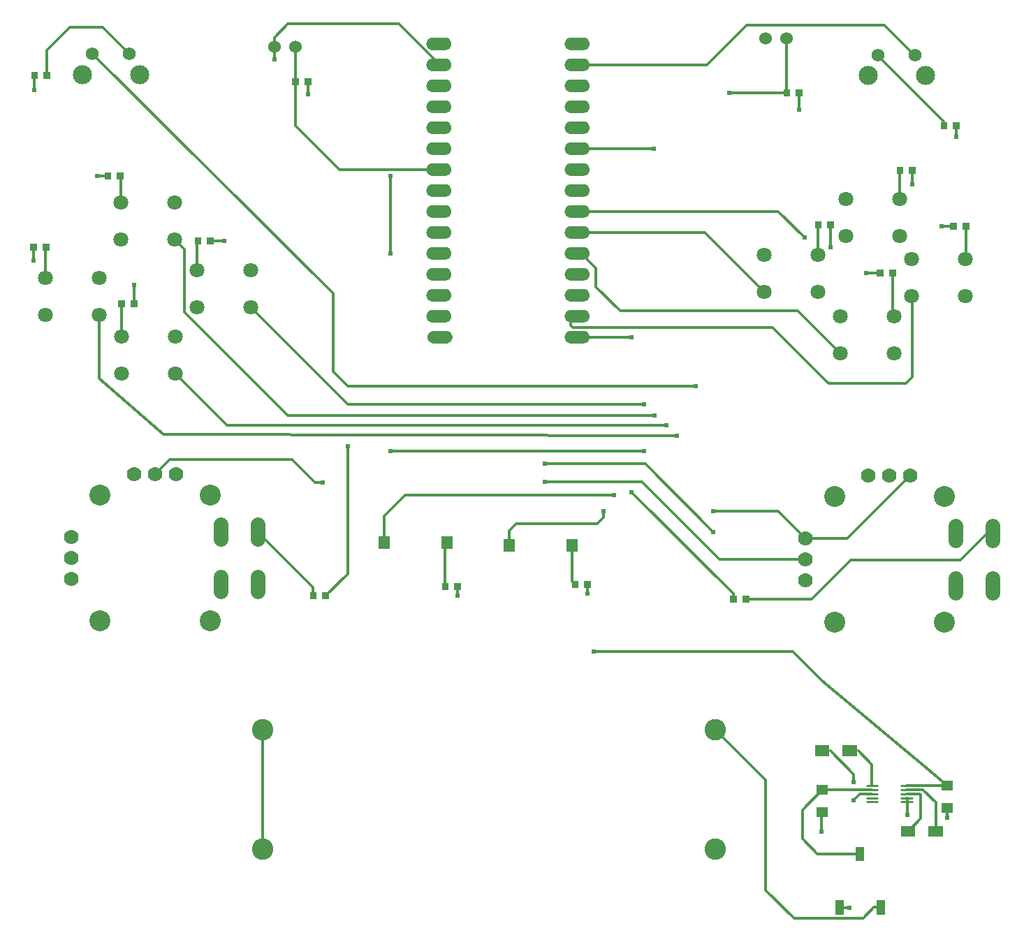
<source format=gtl>
G04 Layer: TopLayer*
G04 EasyEDA v6.5.5, 2022-06-05 13:50:50*
G04 bb107c5f8ef14f278ad1c4d5784ba212,a4ea12fd96744f7d9b8618c9b4952ea7,10*
G04 Gerber Generator version 0.2*
G04 Scale: 100 percent, Rotated: No, Reflected: No *
G04 Dimensions in millimeters *
G04 leading zeros omitted , absolute positions ,4 integer and 5 decimal *
%FSLAX45Y45*%
%MOMM*%

%ADD10C,0.3000*%
%ADD11C,0.2800*%
%ADD12C,0.6150*%
%ADD15R,1.4000X1.2000*%
%ADD17R,1.4000X1.5000*%
%ADD18C,1.5240*%
%ADD19C,2.6000*%
%ADD20C,1.5751*%
%ADD21C,2.3251*%
%ADD22C,1.8000*%
%ADD23C,1.7780*%
%ADD24C,2.5400*%

%LPD*%
D10*
X3276803Y2575204D02*
G01*
X3276803Y2244999D01*
X3276803Y1133195D01*
X8762796Y2575204D02*
G01*
X9372600Y1965401D01*
X9372600Y635000D01*
X9715500Y292100D01*
X10553700Y292100D01*
X10685919Y424319D01*
X10765599Y424319D01*
X11569700Y1900301D02*
G01*
X11391900Y2057400D01*
X10053698Y3175000D01*
X9698098Y3530600D01*
X7289800Y3530600D01*
X10058400Y1849501D02*
G01*
X9817100Y1608201D01*
X9817100Y1257300D01*
X10000122Y1074277D01*
X10515612Y1074277D01*
X10660199Y1853412D02*
G01*
X10062306Y1853412D01*
X10058400Y1849498D01*
X10265605Y424345D02*
G01*
X10270840Y419100D01*
X10388600Y419100D01*
X10493735Y2324100D02*
G01*
X10660199Y2157628D01*
X10660199Y1903399D01*
X11082200Y1903399D02*
G01*
X11085301Y1900298D01*
X10156464Y2324100D02*
G01*
X10439400Y2041164D01*
X10439400Y1943100D01*
X11082200Y1853412D02*
G01*
X11278382Y1853412D01*
X11433535Y1698271D01*
X11433535Y1346200D01*
X11096264Y1346200D02*
G01*
X11252200Y1502128D01*
X11252200Y1790700D01*
X11239500Y1803400D01*
X11082200Y1803400D01*
X10058400Y1579501D02*
G01*
X10045700Y1566801D01*
X10045700Y1346200D01*
X11082200Y1753412D02*
G01*
X11087100Y1748513D01*
X11087100Y1549400D01*
X10439400Y1727200D02*
G01*
X10515600Y1803400D01*
X10660199Y1803400D01*
X11082200Y1903399D02*
G01*
X11566598Y1903399D01*
X11569700Y1900298D01*
X11569700Y1630301D02*
G01*
X11569700Y1511300D01*
X9130431Y4165600D02*
G01*
X9931400Y4165600D01*
X10401300Y4635500D01*
X11734800Y4635500D01*
X12065000Y4965700D01*
X12121281Y4965700D01*
X1968500Y5676900D02*
G01*
X2146300Y5854700D01*
X3632200Y5854700D01*
X3911600Y5575300D01*
X4000500Y5575300D01*
X4305300Y6019800D02*
G01*
X4305300Y4471261D01*
X4037731Y4203700D01*
X3218581Y4978400D02*
G01*
X3887068Y4309920D01*
X3887068Y4203700D01*
X8979768Y4165600D02*
G01*
X8979768Y4228238D01*
X7747000Y5461000D01*
X659544Y10515600D02*
G01*
X659544Y10819538D01*
X939800Y11099800D01*
X1333500Y11099800D01*
X1672790Y10760509D01*
X1210109Y10773209D02*
G01*
X4127500Y7874000D01*
X7010400Y7594600D02*
G01*
X7010400Y7480300D01*
X7035800Y7454900D01*
X9455658Y7454900D01*
X10122148Y6788404D01*
X10147300Y6781800D01*
X11074400Y6781800D01*
X11150600Y6858000D01*
X11150600Y7831838D01*
X11142985Y7839453D01*
X7747000Y7340600D02*
G01*
X7010400Y7340600D01*
X10279385Y7140953D02*
G01*
X9762230Y7658100D01*
X7607300Y7658100D01*
X7315200Y7950200D01*
X7315200Y8178800D01*
X7137400Y8356600D01*
X7010400Y8356600D01*
X9352285Y7890253D02*
G01*
X8631930Y8610600D01*
X7010400Y8610600D01*
X9842500Y8547100D02*
G01*
X9525000Y8864600D01*
X7010400Y8864600D01*
X7010400Y9626600D02*
G01*
X8013700Y9626600D01*
X5486400Y10642600D02*
G01*
X5422900Y10642600D01*
X4927600Y11137900D01*
X3581400Y11137900D01*
X3416300Y10972800D01*
X3416300Y10706100D01*
X3671168Y10439400D02*
G01*
X3671168Y9905138D01*
X4203700Y9372600D01*
X5486400Y9372600D01*
X3670300Y10858500D02*
G01*
X3671056Y10439400D01*
X9625843Y10947400D02*
G01*
X9627356Y10299700D01*
X9627468Y10299700D02*
G01*
X8928100Y10299700D01*
X4127500Y7874000D02*
G01*
X4127500Y6921500D01*
X4305300Y6743700D01*
X8521700Y6743700D01*
X7747000Y5461000D02*
G01*
X8737600Y4470400D01*
X6262115Y4813300D02*
G01*
X6262115Y4992115D01*
X6350000Y5080000D01*
X7327900Y5080000D01*
X7404100Y5156200D01*
X7404100Y5232400D01*
X4750815Y4851400D02*
G01*
X4750815Y5169915D01*
X5003800Y5422900D01*
X7531100Y5422900D01*
X5510784Y4851400D02*
G01*
X5487268Y4827884D01*
X5487268Y4318000D01*
X7062068Y4343400D02*
G01*
X7022084Y4383384D01*
X7022084Y4813300D01*
X7899400Y5956300D02*
G01*
X4826000Y5956300D01*
X4826000Y8356600D02*
G01*
X4826000Y9296400D01*
X3131814Y7699753D02*
G01*
X4303773Y6527800D01*
X7899400Y6527800D01*
X8737600Y4724400D02*
G01*
X7874000Y5588000D01*
X6692900Y5588000D01*
X8737600Y4978400D02*
G01*
X7912100Y5803900D01*
X6692900Y5803900D01*
X2217414Y6899653D02*
G01*
X2843273Y6273800D01*
X8166100Y6273800D01*
X2204714Y8525253D02*
G01*
X2324100Y8405873D01*
X2324100Y7645400D01*
X3581400Y6388100D01*
X8026400Y6388100D01*
X1548531Y9296400D02*
G01*
X1554485Y9290458D01*
X1554485Y8975346D01*
X2490068Y8509000D02*
G01*
X2481585Y8500516D01*
X2481585Y8149846D01*
X1562968Y7747000D02*
G01*
X1567185Y7742775D01*
X1567185Y7349746D01*
X646844Y8432800D02*
G01*
X640085Y8426041D01*
X640085Y8060946D01*
X10008468Y8699500D02*
G01*
X10002514Y8693558D01*
X10002514Y8340346D01*
X11793214Y8289546D02*
G01*
X11799168Y8295487D01*
X11799168Y8686800D01*
X10993114Y9013446D02*
G01*
X10999068Y9019392D01*
X10999068Y9359900D01*
X10929614Y7591046D02*
G01*
X10908431Y7612230D01*
X10908431Y8115300D01*
X9855200Y4902200D02*
G01*
X9525000Y5232400D01*
X8737600Y5232400D01*
X8737600Y4724400D02*
G01*
X8813800Y4648200D01*
X9855200Y4648200D01*
X1290314Y7610853D02*
G01*
X1290314Y6837679D01*
X2070100Y6159500D01*
X8293100Y6146800D01*
X11185090Y10747809D02*
G01*
X10807700Y11125200D01*
X9144000Y11125200D01*
X8661400Y10642600D01*
X7010400Y10642600D01*
X10735109Y10747809D02*
G01*
X11532468Y9950450D01*
X11532468Y9906000D01*
X11125200Y5664200D02*
G01*
X10363200Y4902200D01*
X9855200Y4902200D01*
X1714500Y7975600D02*
G01*
X1713631Y7747000D01*
X496168Y8432800D02*
G01*
X495300Y8267700D01*
X1270000Y9296400D02*
G01*
X1397868Y9296400D01*
X508868Y10515600D02*
G01*
X508000Y10337800D01*
X3821831Y10439400D02*
G01*
X3822700Y10287000D01*
X2640731Y8509000D02*
G01*
X2806700Y8509000D01*
X9778131Y10299700D02*
G01*
X9779000Y10298831D01*
X9779000Y10096500D01*
X11506200Y8686800D02*
G01*
X11646768Y8686800D01*
X10591800Y8115300D02*
G01*
X10757768Y8115300D01*
X10159131Y8699500D02*
G01*
X10160000Y8432800D01*
X11683131Y9906000D02*
G01*
X11684000Y9766300D01*
X11149731Y9359900D02*
G01*
X11150600Y9194800D01*
X5637936Y4318000D02*
G01*
X5638800Y4317136D01*
X5638800Y4203700D01*
X7212838Y4343400D02*
G01*
X7213600Y4229100D01*
D11*
X11015197Y1703400D02*
G01*
X11149197Y1703400D01*
X11015197Y1753412D02*
G01*
X11149197Y1753412D01*
X11015197Y1803400D02*
G01*
X11149197Y1803400D01*
X11015197Y1853412D02*
G01*
X11149197Y1853412D01*
X11015197Y1903399D02*
G01*
X11149197Y1903399D01*
X10593202Y1703400D02*
G01*
X10727202Y1703400D01*
X10593202Y1753412D02*
G01*
X10727202Y1753412D01*
X10593202Y1803400D02*
G01*
X10727202Y1803400D01*
X10593202Y1853412D02*
G01*
X10727202Y1853412D01*
X10593202Y1903399D02*
G01*
X10727202Y1903399D01*
G36*
X10315625Y339260D02*
G01*
X10215549Y339260D01*
X10215549Y509440D01*
X10315625Y509440D01*
G37*
G36*
X10565650Y989312D02*
G01*
X10465574Y989312D01*
X10465574Y1159238D01*
X10565650Y1159238D01*
G37*
G36*
X10815624Y339234D02*
G01*
X10715548Y339234D01*
X10715548Y509414D01*
X10815624Y509414D01*
G37*
G36*
X11345649Y1281399D02*
G01*
X11345649Y1411000D01*
X11521399Y1411000D01*
X11521399Y1281399D01*
G37*
G36*
X11184150Y1281399D02*
G01*
X11184150Y1411000D01*
X11008400Y1411000D01*
X11008400Y1281399D01*
G37*
G36*
X10304249Y2259299D02*
G01*
X10304249Y2388900D01*
X10479999Y2388900D01*
X10479999Y2259299D01*
G37*
G36*
X10142750Y2259299D02*
G01*
X10142750Y2388900D01*
X9967000Y2388900D01*
X9967000Y2259299D01*
G37*
D15*
G01*
X10058400Y1849501D03*
G01*
X10058400Y1579498D03*
G01*
X11569700Y1900301D03*
G01*
X11569700Y1630298D03*
G36*
X3997401Y4160499D02*
G01*
X3997401Y4246900D01*
X4078048Y4246900D01*
X4078048Y4160499D01*
G37*
G36*
X3927398Y4160499D02*
G01*
X3927398Y4246900D01*
X3846751Y4246900D01*
X3846751Y4160499D01*
G37*
G36*
X9090101Y4122399D02*
G01*
X9090101Y4208800D01*
X9170748Y4208800D01*
X9170748Y4122399D01*
G37*
G36*
X9020098Y4122399D02*
G01*
X9020098Y4208800D01*
X8939451Y4208800D01*
X8939451Y4122399D01*
G37*
D17*
G01*
X5510784Y4851400D03*
G01*
X4750815Y4851400D03*
G01*
X6262115Y4813300D03*
G01*
X7022084Y4813300D03*
G36*
X3781501Y10396199D02*
G01*
X3781501Y10482600D01*
X3862148Y10482600D01*
X3862148Y10396199D01*
G37*
G36*
X3711498Y10396199D02*
G01*
X3711498Y10482600D01*
X3630851Y10482600D01*
X3630851Y10396199D01*
G37*
G36*
X9737801Y10256499D02*
G01*
X9737801Y10342900D01*
X9818448Y10342900D01*
X9818448Y10256499D01*
G37*
G36*
X9667798Y10256499D02*
G01*
X9667798Y10342900D01*
X9587151Y10342900D01*
X9587151Y10256499D01*
G37*
G36*
X11687098Y8730000D02*
G01*
X11687098Y8643599D01*
X11606451Y8643599D01*
X11606451Y8730000D01*
G37*
G36*
X11757101Y8730000D02*
G01*
X11757101Y8643599D01*
X11837748Y8643599D01*
X11837748Y8730000D01*
G37*
G36*
X10798098Y8158500D02*
G01*
X10798098Y8072099D01*
X10717451Y8072099D01*
X10717451Y8158500D01*
G37*
G36*
X10868101Y8158500D02*
G01*
X10868101Y8072099D01*
X10948748Y8072099D01*
X10948748Y8158500D01*
G37*
G36*
X1603298Y7790200D02*
G01*
X1603298Y7703799D01*
X1522651Y7703799D01*
X1522651Y7790200D01*
G37*
G36*
X1673301Y7790200D02*
G01*
X1673301Y7703799D01*
X1753948Y7703799D01*
X1753948Y7790200D01*
G37*
G36*
X606501Y8389599D02*
G01*
X606501Y8476000D01*
X687148Y8476000D01*
X687148Y8389599D01*
G37*
G36*
X536498Y8389599D02*
G01*
X536498Y8476000D01*
X455851Y8476000D01*
X455851Y8389599D01*
G37*
G36*
X619201Y10472399D02*
G01*
X619201Y10558800D01*
X699848Y10558800D01*
X699848Y10472399D01*
G37*
G36*
X549198Y10472399D02*
G01*
X549198Y10558800D01*
X468551Y10558800D01*
X468551Y10472399D01*
G37*
G36*
X2530398Y8552200D02*
G01*
X2530398Y8465799D01*
X2449751Y8465799D01*
X2449751Y8552200D01*
G37*
G36*
X2600401Y8552200D02*
G01*
X2600401Y8465799D01*
X2681048Y8465799D01*
X2681048Y8552200D01*
G37*
G36*
X11642801Y9862799D02*
G01*
X11642801Y9949200D01*
X11723448Y9949200D01*
X11723448Y9862799D01*
G37*
G36*
X11572798Y9862799D02*
G01*
X11572798Y9949200D01*
X11492151Y9949200D01*
X11492151Y9862799D01*
G37*
G36*
X5597601Y4274799D02*
G01*
X5597601Y4361200D01*
X5678248Y4361200D01*
X5678248Y4274799D01*
G37*
G36*
X5527598Y4274799D02*
G01*
X5527598Y4361200D01*
X5446951Y4361200D01*
X5446951Y4274799D01*
G37*
G36*
X7172401Y4300199D02*
G01*
X7172401Y4386600D01*
X7253048Y4386600D01*
X7253048Y4300199D01*
G37*
G36*
X7102398Y4300199D02*
G01*
X7102398Y4386600D01*
X7021751Y4386600D01*
X7021751Y4300199D01*
G37*
G36*
X1508201Y9253199D02*
G01*
X1508201Y9339600D01*
X1588848Y9339600D01*
X1588848Y9253199D01*
G37*
G36*
X1438198Y9253199D02*
G01*
X1438198Y9339600D01*
X1357551Y9339600D01*
X1357551Y9253199D01*
G37*
G36*
X11109401Y9316699D02*
G01*
X11109401Y9403100D01*
X11190048Y9403100D01*
X11190048Y9316699D01*
G37*
G36*
X11039398Y9316699D02*
G01*
X11039398Y9403100D01*
X10958751Y9403100D01*
X10958751Y9316699D01*
G37*
G36*
X10118801Y8656299D02*
G01*
X10118801Y8742700D01*
X10199448Y8742700D01*
X10199448Y8656299D01*
G37*
G36*
X10048798Y8656299D02*
G01*
X10048798Y8742700D01*
X9968151Y8742700D01*
X9968151Y8656299D01*
G37*
D18*
G01*
X9372600Y10960100D03*
G01*
X9626600Y10960100D03*
D19*
G01*
X8762796Y2575204D03*
G01*
X8762796Y1133195D03*
G01*
X3276803Y2575204D03*
G01*
X3276803Y1133195D03*
D20*
G01*
X1660093Y10773206D03*
G01*
X1210106Y10773206D03*
D21*
G01*
X1785086Y10523194D03*
G01*
X1085113Y10523194D03*
D20*
G01*
X11185093Y10760506D03*
G01*
X10735106Y10760506D03*
D21*
G01*
X11310086Y10510494D03*
G01*
X10610113Y10510494D03*
D18*
G01*
X3416300Y10858500D03*
G01*
X3670300Y10858500D03*
D22*
G01*
X11793220Y7839455D03*
G01*
X11793220Y8289544D03*
G01*
X11142979Y7839455D03*
G01*
X11142979Y8289544D03*
G01*
X10929620Y7140955D03*
G01*
X10929620Y7591044D03*
G01*
X10279379Y7140955D03*
G01*
X10279379Y7591044D03*
G01*
X2217420Y6899655D03*
G01*
X2217420Y7349744D03*
G01*
X1567179Y6899655D03*
G01*
X1567179Y7349744D03*
G01*
X1290320Y7610855D03*
G01*
X1290320Y8060944D03*
G01*
X640079Y7610855D03*
G01*
X640079Y8060944D03*
G01*
X3131820Y7699755D03*
G01*
X3131820Y8149844D03*
G01*
X2481579Y7699755D03*
G01*
X2481579Y8149844D03*
G01*
X2204720Y8525255D03*
G01*
X2204720Y8975344D03*
G01*
X1554479Y8525255D03*
G01*
X1554479Y8975344D03*
G01*
X10993120Y8563355D03*
G01*
X10993120Y9013444D03*
G01*
X10342879Y8563355D03*
G01*
X10342879Y9013444D03*
G01*
X10002520Y7890255D03*
G01*
X10002520Y8340344D03*
G01*
X9352279Y7890255D03*
G01*
X9352279Y8340344D03*
D23*
G01*
X952500Y4914900D03*
G01*
X952500Y4660900D03*
G01*
X952500Y4406900D03*
D24*
G01*
X2635250Y5422900D03*
G01*
X1301750Y5422900D03*
G01*
X1301750Y3898900D03*
G01*
X2635250Y3898900D03*
D23*
G01*
X2222500Y5676900D03*
G01*
X1968500Y5676900D03*
G01*
X1714500Y5676900D03*
G01*
X9855200Y4902200D03*
G01*
X9855200Y4648200D03*
G01*
X9855200Y4394200D03*
D24*
G01*
X11537950Y5410200D03*
G01*
X10204450Y5410200D03*
G01*
X10204450Y3886200D03*
G01*
X11537950Y3886200D03*
D23*
G01*
X11125200Y5664200D03*
G01*
X10871200Y5664200D03*
G01*
X10617200Y5664200D03*
G36*
X7010394Y7264400D02*
G01*
X7000844Y7265009D01*
X6991446Y7266812D01*
X6982327Y7269759D01*
X6973691Y7273823D01*
X6965614Y7278954D01*
X6958223Y7285050D01*
X6951670Y7292035D01*
X6946056Y7299782D01*
X6941433Y7308164D01*
X6937928Y7317054D01*
X6935541Y7326325D01*
X6934347Y7335824D01*
X6934347Y7345400D01*
X6935541Y7354874D01*
X6937928Y7364145D01*
X6941433Y7373061D01*
X6946056Y7381443D01*
X6951670Y7389190D01*
X6958223Y7396149D01*
X6965614Y7402245D01*
X6973691Y7407376D01*
X6982327Y7411465D01*
X6991446Y7414412D01*
X7000844Y7416215D01*
X7010394Y7416800D01*
X7162794Y7416800D01*
X7172345Y7416215D01*
X7181743Y7414412D01*
X7190836Y7411465D01*
X7199497Y7407376D01*
X7207575Y7402245D01*
X7214941Y7396149D01*
X7221494Y7389190D01*
X7227133Y7381443D01*
X7231730Y7373061D01*
X7235261Y7364145D01*
X7237648Y7354874D01*
X7238842Y7345400D01*
X7238842Y7335824D01*
X7237648Y7326325D01*
X7235261Y7317054D01*
X7231730Y7308164D01*
X7227133Y7299782D01*
X7221494Y7292035D01*
X7214941Y7285050D01*
X7207575Y7278954D01*
X7199497Y7273823D01*
X7190836Y7269759D01*
X7181743Y7266812D01*
X7172345Y7265009D01*
X7162794Y7264400D01*
G37*
G36*
X7010394Y7518400D02*
G01*
X7000844Y7519009D01*
X6991446Y7520812D01*
X6982327Y7523759D01*
X6973691Y7527823D01*
X6965614Y7532954D01*
X6958223Y7539050D01*
X6951670Y7546035D01*
X6946056Y7553782D01*
X6941433Y7562164D01*
X6937928Y7571054D01*
X6935541Y7580325D01*
X6934347Y7589824D01*
X6934347Y7599400D01*
X6935541Y7608874D01*
X6937928Y7618145D01*
X6941433Y7627061D01*
X6946056Y7635443D01*
X6951670Y7643190D01*
X6958223Y7650149D01*
X6965614Y7656245D01*
X6973691Y7661376D01*
X6982327Y7665465D01*
X6991446Y7668412D01*
X7000844Y7670215D01*
X7010394Y7670800D01*
X7162794Y7670800D01*
X7172345Y7670215D01*
X7181743Y7668412D01*
X7190836Y7665465D01*
X7199497Y7661376D01*
X7207575Y7656245D01*
X7214941Y7650149D01*
X7221494Y7643190D01*
X7227133Y7635443D01*
X7231730Y7627061D01*
X7235261Y7618145D01*
X7237648Y7608874D01*
X7238842Y7599400D01*
X7238842Y7589824D01*
X7237648Y7580325D01*
X7235261Y7571054D01*
X7231730Y7562164D01*
X7227133Y7553782D01*
X7221494Y7546035D01*
X7214941Y7539050D01*
X7207575Y7532954D01*
X7199497Y7527823D01*
X7190836Y7523759D01*
X7181743Y7520812D01*
X7172345Y7519009D01*
X7162794Y7518400D01*
G37*
G36*
X7010394Y7772400D02*
G01*
X7000844Y7773009D01*
X6991446Y7774812D01*
X6982327Y7777759D01*
X6973691Y7781823D01*
X6965614Y7786954D01*
X6958223Y7793050D01*
X6951670Y7800035D01*
X6946056Y7807782D01*
X6941433Y7816164D01*
X6937928Y7825054D01*
X6935541Y7834325D01*
X6934347Y7843824D01*
X6934347Y7853400D01*
X6935541Y7862874D01*
X6937928Y7872145D01*
X6941433Y7881061D01*
X6946056Y7889443D01*
X6951670Y7897190D01*
X6958223Y7904149D01*
X6965614Y7910245D01*
X6973691Y7915376D01*
X6982327Y7919465D01*
X6991446Y7922412D01*
X7000844Y7924215D01*
X7010394Y7924800D01*
X7162794Y7924800D01*
X7172345Y7924215D01*
X7181743Y7922412D01*
X7190836Y7919465D01*
X7199497Y7915376D01*
X7207575Y7910245D01*
X7214941Y7904149D01*
X7221494Y7897190D01*
X7227133Y7889443D01*
X7231730Y7881061D01*
X7235261Y7872145D01*
X7237648Y7862874D01*
X7238842Y7853400D01*
X7238842Y7843824D01*
X7237648Y7834325D01*
X7235261Y7825054D01*
X7231730Y7816164D01*
X7227133Y7807782D01*
X7221494Y7800035D01*
X7214941Y7793050D01*
X7207575Y7786954D01*
X7199497Y7781823D01*
X7190836Y7777759D01*
X7181743Y7774812D01*
X7172345Y7773009D01*
X7162794Y7772400D01*
G37*
G36*
X7010394Y8026400D02*
G01*
X7000844Y8027009D01*
X6991446Y8028812D01*
X6982327Y8031759D01*
X6973691Y8035823D01*
X6965614Y8040954D01*
X6958223Y8047050D01*
X6951670Y8054035D01*
X6946056Y8061782D01*
X6941433Y8070164D01*
X6937928Y8079054D01*
X6935541Y8088325D01*
X6934347Y8097824D01*
X6934347Y8107400D01*
X6935541Y8116874D01*
X6937928Y8126145D01*
X6941433Y8135061D01*
X6946056Y8143443D01*
X6951670Y8151190D01*
X6958223Y8158149D01*
X6965614Y8164245D01*
X6973691Y8169376D01*
X6982327Y8173465D01*
X6991446Y8176412D01*
X7000844Y8178215D01*
X7010394Y8178800D01*
X7162794Y8178800D01*
X7172345Y8178215D01*
X7181743Y8176412D01*
X7190836Y8173465D01*
X7199497Y8169376D01*
X7207575Y8164245D01*
X7214941Y8158149D01*
X7221494Y8151190D01*
X7227133Y8143443D01*
X7231730Y8135061D01*
X7235261Y8126145D01*
X7237648Y8116874D01*
X7238842Y8107400D01*
X7238842Y8097824D01*
X7237648Y8088325D01*
X7235261Y8079054D01*
X7231730Y8070164D01*
X7227133Y8061782D01*
X7221494Y8054035D01*
X7214941Y8047050D01*
X7207575Y8040954D01*
X7199497Y8035823D01*
X7190836Y8031759D01*
X7181743Y8028812D01*
X7172345Y8027009D01*
X7162794Y8026400D01*
G37*
G36*
X7010394Y8280400D02*
G01*
X7000844Y8281009D01*
X6991446Y8282787D01*
X6982327Y8285759D01*
X6973691Y8289823D01*
X6965614Y8294954D01*
X6958223Y8301050D01*
X6951670Y8308035D01*
X6946056Y8315782D01*
X6941433Y8324164D01*
X6937928Y8333054D01*
X6935541Y8342325D01*
X6934347Y8351824D01*
X6934347Y8361400D01*
X6935541Y8370874D01*
X6937928Y8380145D01*
X6941433Y8389061D01*
X6946056Y8397443D01*
X6951670Y8405164D01*
X6958223Y8412149D01*
X6965614Y8418245D01*
X6973691Y8423376D01*
X6982327Y8427465D01*
X6991446Y8430412D01*
X7000844Y8432215D01*
X7010394Y8432800D01*
X7162794Y8432800D01*
X7172345Y8432215D01*
X7181743Y8430412D01*
X7190836Y8427465D01*
X7199497Y8423376D01*
X7207575Y8418245D01*
X7214941Y8412149D01*
X7221494Y8405164D01*
X7227133Y8397443D01*
X7231730Y8389061D01*
X7235261Y8380145D01*
X7237648Y8370874D01*
X7238842Y8361400D01*
X7238842Y8351824D01*
X7237648Y8342325D01*
X7235261Y8333054D01*
X7231730Y8324164D01*
X7227133Y8315782D01*
X7221494Y8308035D01*
X7214941Y8301050D01*
X7207575Y8294954D01*
X7199497Y8289823D01*
X7190836Y8285759D01*
X7181743Y8282787D01*
X7172345Y8281009D01*
X7162794Y8280400D01*
G37*
G36*
X7010394Y8534400D02*
G01*
X7000844Y8535009D01*
X6991446Y8536787D01*
X6982327Y8539759D01*
X6973691Y8543823D01*
X6965614Y8548954D01*
X6958223Y8555050D01*
X6951670Y8562035D01*
X6946056Y8569782D01*
X6941433Y8578164D01*
X6937928Y8587054D01*
X6935541Y8596325D01*
X6934347Y8605824D01*
X6934347Y8615400D01*
X6935541Y8624874D01*
X6937928Y8634145D01*
X6941433Y8643061D01*
X6946056Y8651443D01*
X6951670Y8659164D01*
X6958223Y8666149D01*
X6965614Y8672245D01*
X6973691Y8677376D01*
X6982327Y8681465D01*
X6991446Y8684412D01*
X7000844Y8686215D01*
X7010394Y8686800D01*
X7162794Y8686800D01*
X7172345Y8686215D01*
X7181743Y8684412D01*
X7190836Y8681465D01*
X7199497Y8677376D01*
X7207575Y8672245D01*
X7214941Y8666149D01*
X7221494Y8659164D01*
X7227133Y8651443D01*
X7231730Y8643061D01*
X7235261Y8634145D01*
X7237648Y8624874D01*
X7238842Y8615400D01*
X7238842Y8605824D01*
X7237648Y8596325D01*
X7235261Y8587054D01*
X7231730Y8578164D01*
X7227133Y8569782D01*
X7221494Y8562035D01*
X7214941Y8555050D01*
X7207575Y8548954D01*
X7199497Y8543823D01*
X7190836Y8539759D01*
X7181743Y8536787D01*
X7172345Y8535009D01*
X7162794Y8534400D01*
G37*
G36*
X7010394Y9042400D02*
G01*
X7000844Y9043009D01*
X6991446Y9044787D01*
X6982327Y9047759D01*
X6973691Y9051823D01*
X6965614Y9056954D01*
X6958223Y9063050D01*
X6951670Y9070035D01*
X6946056Y9077782D01*
X6941433Y9086164D01*
X6937928Y9095054D01*
X6935541Y9104325D01*
X6934347Y9113824D01*
X6934347Y9123400D01*
X6935541Y9132874D01*
X6937928Y9142145D01*
X6941433Y9151061D01*
X6946056Y9159443D01*
X6951670Y9167164D01*
X6958223Y9174149D01*
X6965614Y9180245D01*
X6973691Y9185376D01*
X6982327Y9189440D01*
X6991446Y9192412D01*
X7000844Y9194215D01*
X7010394Y9194800D01*
X7162794Y9194800D01*
X7172345Y9194215D01*
X7181743Y9192412D01*
X7190836Y9189440D01*
X7199497Y9185376D01*
X7207575Y9180245D01*
X7214941Y9174149D01*
X7221494Y9167164D01*
X7227133Y9159443D01*
X7231730Y9151061D01*
X7235261Y9142145D01*
X7237648Y9132874D01*
X7238842Y9123400D01*
X7238842Y9113824D01*
X7237648Y9104325D01*
X7235261Y9095054D01*
X7231730Y9086164D01*
X7227133Y9077782D01*
X7221494Y9070035D01*
X7214941Y9063050D01*
X7207575Y9056954D01*
X7199497Y9051823D01*
X7190836Y9047759D01*
X7181743Y9044787D01*
X7172345Y9043009D01*
X7162794Y9042400D01*
G37*
G36*
X7010394Y9296400D02*
G01*
X7000844Y9297009D01*
X6991446Y9298787D01*
X6982327Y9301759D01*
X6973691Y9305823D01*
X6965614Y9310954D01*
X6958223Y9317050D01*
X6951670Y9324035D01*
X6946056Y9331782D01*
X6941433Y9340164D01*
X6937928Y9349054D01*
X6935541Y9358325D01*
X6934347Y9367824D01*
X6934347Y9377400D01*
X6935541Y9386874D01*
X6937928Y9396145D01*
X6941433Y9405035D01*
X6946056Y9413443D01*
X6951670Y9421164D01*
X6958223Y9428149D01*
X6965614Y9434245D01*
X6973691Y9439376D01*
X6982327Y9443440D01*
X6991446Y9446412D01*
X7000844Y9448190D01*
X7010394Y9448800D01*
X7162794Y9448800D01*
X7172345Y9448190D01*
X7181743Y9446412D01*
X7190836Y9443440D01*
X7199497Y9439376D01*
X7207575Y9434245D01*
X7214941Y9428149D01*
X7221494Y9421164D01*
X7227133Y9413443D01*
X7231730Y9405035D01*
X7235261Y9396145D01*
X7237648Y9386874D01*
X7238842Y9377400D01*
X7238842Y9367824D01*
X7237648Y9358325D01*
X7235261Y9349054D01*
X7231730Y9340164D01*
X7227133Y9331782D01*
X7221494Y9324035D01*
X7214941Y9317050D01*
X7207575Y9310954D01*
X7199497Y9305823D01*
X7190836Y9301759D01*
X7181743Y9298787D01*
X7172345Y9297009D01*
X7162794Y9296400D01*
G37*
G36*
X7010394Y9550400D02*
G01*
X7000844Y9551009D01*
X6991446Y9552787D01*
X6982327Y9555759D01*
X6973691Y9559823D01*
X6965614Y9564954D01*
X6958223Y9571050D01*
X6951670Y9578035D01*
X6946056Y9585782D01*
X6941433Y9594164D01*
X6937928Y9603054D01*
X6935541Y9612325D01*
X6934347Y9621824D01*
X6934347Y9631400D01*
X6935541Y9640874D01*
X6937928Y9650145D01*
X6941433Y9659035D01*
X6946056Y9667443D01*
X6951670Y9675164D01*
X6958223Y9682149D01*
X6965614Y9688245D01*
X6973691Y9693376D01*
X6982327Y9697440D01*
X6991446Y9700412D01*
X7000844Y9702190D01*
X7010394Y9702800D01*
X7162794Y9702800D01*
X7172345Y9702190D01*
X7181743Y9700412D01*
X7190836Y9697440D01*
X7199497Y9693376D01*
X7207575Y9688245D01*
X7214941Y9682149D01*
X7221494Y9675164D01*
X7227133Y9667443D01*
X7231730Y9659035D01*
X7235261Y9650145D01*
X7237648Y9640874D01*
X7238842Y9631400D01*
X7238842Y9621824D01*
X7237648Y9612325D01*
X7235261Y9603054D01*
X7231730Y9594164D01*
X7227133Y9585782D01*
X7221494Y9578035D01*
X7214941Y9571050D01*
X7207575Y9564954D01*
X7199497Y9559823D01*
X7190836Y9555759D01*
X7181743Y9552787D01*
X7172345Y9551009D01*
X7162794Y9550400D01*
G37*
G36*
X7010394Y9804400D02*
G01*
X7000844Y9805009D01*
X6991446Y9806787D01*
X6982327Y9809759D01*
X6973691Y9813823D01*
X6965614Y9818954D01*
X6958223Y9825050D01*
X6951670Y9832035D01*
X6946056Y9839782D01*
X6941433Y9848164D01*
X6937928Y9857054D01*
X6935541Y9866325D01*
X6934347Y9875824D01*
X6934347Y9885375D01*
X6935541Y9894874D01*
X6937928Y9904145D01*
X6941433Y9913035D01*
X6946056Y9921443D01*
X6951670Y9929164D01*
X6958223Y9936149D01*
X6965614Y9942245D01*
X6973691Y9947376D01*
X6982327Y9951440D01*
X6991446Y9954412D01*
X7000844Y9956190D01*
X7010394Y9956800D01*
X7162794Y9956800D01*
X7172345Y9956190D01*
X7181743Y9954412D01*
X7190836Y9951440D01*
X7199497Y9947376D01*
X7207575Y9942245D01*
X7214941Y9936149D01*
X7221494Y9929164D01*
X7227133Y9921443D01*
X7231730Y9913035D01*
X7235261Y9904145D01*
X7237648Y9894874D01*
X7238842Y9885375D01*
X7238842Y9875824D01*
X7237648Y9866325D01*
X7235261Y9857054D01*
X7231730Y9848164D01*
X7227133Y9839782D01*
X7221494Y9832035D01*
X7214941Y9825050D01*
X7207575Y9818954D01*
X7199497Y9813823D01*
X7190836Y9809759D01*
X7181743Y9806787D01*
X7172345Y9805009D01*
X7162794Y9804400D01*
G37*
G36*
X7010394Y10058400D02*
G01*
X7000844Y10059009D01*
X6991446Y10060787D01*
X6982327Y10063759D01*
X6973691Y10067823D01*
X6965614Y10072954D01*
X6958223Y10079050D01*
X6951670Y10086035D01*
X6946056Y10093782D01*
X6941433Y10102164D01*
X6937928Y10111054D01*
X6935541Y10120325D01*
X6934347Y10129824D01*
X6934347Y10139375D01*
X6935541Y10148874D01*
X6937928Y10158145D01*
X6941433Y10167035D01*
X6946056Y10175443D01*
X6951670Y10183164D01*
X6958223Y10190149D01*
X6965614Y10196245D01*
X6973691Y10201376D01*
X6982327Y10205440D01*
X6991446Y10208412D01*
X7000844Y10210190D01*
X7010394Y10210800D01*
X7162794Y10210800D01*
X7172345Y10210190D01*
X7181743Y10208412D01*
X7190836Y10205440D01*
X7199497Y10201376D01*
X7207575Y10196245D01*
X7214941Y10190149D01*
X7221494Y10183164D01*
X7227133Y10175443D01*
X7231730Y10167035D01*
X7235261Y10158145D01*
X7237648Y10148874D01*
X7238842Y10139375D01*
X7238842Y10129824D01*
X7237648Y10120325D01*
X7235261Y10111054D01*
X7231730Y10102164D01*
X7227133Y10093782D01*
X7221494Y10086035D01*
X7214941Y10079050D01*
X7207575Y10072954D01*
X7199497Y10067823D01*
X7190836Y10063759D01*
X7181743Y10060787D01*
X7172345Y10059009D01*
X7162794Y10058400D01*
G37*
G36*
X7010394Y10312400D02*
G01*
X7000844Y10313009D01*
X6991446Y10314787D01*
X6982327Y10317759D01*
X6973691Y10321823D01*
X6965614Y10326954D01*
X6958223Y10333050D01*
X6951670Y10340035D01*
X6946056Y10347782D01*
X6941433Y10356164D01*
X6937928Y10365054D01*
X6935541Y10374325D01*
X6934347Y10383824D01*
X6934347Y10393375D01*
X6935541Y10402874D01*
X6937928Y10412145D01*
X6941433Y10421035D01*
X6946056Y10429443D01*
X6951670Y10437164D01*
X6958223Y10444149D01*
X6965614Y10450245D01*
X6973691Y10455376D01*
X6982327Y10459440D01*
X6991446Y10462412D01*
X7000844Y10464190D01*
X7010394Y10464800D01*
X7162794Y10464800D01*
X7172345Y10464190D01*
X7181743Y10462412D01*
X7190836Y10459440D01*
X7199497Y10455376D01*
X7207575Y10450245D01*
X7214941Y10444149D01*
X7221494Y10437164D01*
X7227133Y10429443D01*
X7231730Y10421035D01*
X7235261Y10412145D01*
X7237648Y10402874D01*
X7238842Y10393375D01*
X7238842Y10383824D01*
X7237648Y10374325D01*
X7235261Y10365054D01*
X7231730Y10356164D01*
X7227133Y10347782D01*
X7221494Y10340035D01*
X7214941Y10333050D01*
X7207575Y10326954D01*
X7199497Y10321823D01*
X7190836Y10317759D01*
X7181743Y10314787D01*
X7172345Y10313009D01*
X7162794Y10312400D01*
G37*
G36*
X7010394Y10566400D02*
G01*
X7000844Y10567009D01*
X6991446Y10568787D01*
X6982327Y10571759D01*
X6973691Y10575823D01*
X6965614Y10580954D01*
X6958223Y10587050D01*
X6951670Y10594035D01*
X6946056Y10601782D01*
X6941433Y10610164D01*
X6937928Y10619054D01*
X6935541Y10628325D01*
X6934347Y10637824D01*
X6934347Y10647375D01*
X6935541Y10656874D01*
X6937928Y10666145D01*
X6941433Y10675035D01*
X6946056Y10683443D01*
X6951670Y10691164D01*
X6958223Y10698149D01*
X6965614Y10704245D01*
X6973691Y10709376D01*
X6982327Y10713440D01*
X6991446Y10716412D01*
X7000844Y10718190D01*
X7010394Y10718800D01*
X7162794Y10718800D01*
X7172345Y10718190D01*
X7181743Y10716412D01*
X7190836Y10713440D01*
X7199497Y10709376D01*
X7207575Y10704245D01*
X7214941Y10698149D01*
X7221494Y10691164D01*
X7227133Y10683443D01*
X7231730Y10675035D01*
X7235261Y10666145D01*
X7237648Y10656874D01*
X7238842Y10647375D01*
X7238842Y10637824D01*
X7237648Y10628325D01*
X7235261Y10619054D01*
X7231730Y10610164D01*
X7227133Y10601782D01*
X7221494Y10594035D01*
X7214941Y10587050D01*
X7207575Y10580954D01*
X7199497Y10575823D01*
X7190836Y10571759D01*
X7181743Y10568787D01*
X7172345Y10567009D01*
X7162794Y10566400D01*
G37*
G36*
X7010394Y10820400D02*
G01*
X7000844Y10821009D01*
X6991446Y10822787D01*
X6982327Y10825759D01*
X6973691Y10829823D01*
X6965614Y10834954D01*
X6958223Y10841050D01*
X6951670Y10848035D01*
X6946056Y10855782D01*
X6941433Y10864164D01*
X6937928Y10873054D01*
X6935541Y10882325D01*
X6934347Y10891824D01*
X6934347Y10901375D01*
X6935541Y10910874D01*
X6937928Y10920145D01*
X6941433Y10929035D01*
X6946056Y10937443D01*
X6951670Y10945164D01*
X6958223Y10952149D01*
X6965614Y10958245D01*
X6973691Y10963376D01*
X6982327Y10967440D01*
X6991446Y10970412D01*
X7000844Y10972190D01*
X7010394Y10972800D01*
X7162794Y10972800D01*
X7172345Y10972190D01*
X7181743Y10970412D01*
X7190836Y10967440D01*
X7199497Y10963376D01*
X7207575Y10958245D01*
X7214941Y10952149D01*
X7221494Y10945164D01*
X7227133Y10937443D01*
X7231730Y10929035D01*
X7235261Y10920145D01*
X7237648Y10910874D01*
X7238842Y10901375D01*
X7238842Y10891824D01*
X7237648Y10882325D01*
X7235261Y10873054D01*
X7231730Y10864164D01*
X7227133Y10855782D01*
X7221494Y10848035D01*
X7214941Y10841050D01*
X7207575Y10834954D01*
X7199497Y10829823D01*
X7190836Y10825759D01*
X7181743Y10822787D01*
X7172345Y10821009D01*
X7162794Y10820400D01*
G37*
G36*
X5486400Y10972800D02*
G01*
X5495950Y10972190D01*
X5505348Y10970412D01*
X5514441Y10967440D01*
X5523102Y10963376D01*
X5531180Y10958245D01*
X5538571Y10952149D01*
X5545124Y10945164D01*
X5550738Y10937443D01*
X5555335Y10929035D01*
X5558866Y10920145D01*
X5561253Y10910874D01*
X5562447Y10901375D01*
X5562447Y10891824D01*
X5561253Y10882325D01*
X5558866Y10873054D01*
X5555335Y10864164D01*
X5550738Y10855782D01*
X5545124Y10848035D01*
X5538571Y10841050D01*
X5531180Y10834954D01*
X5523102Y10829823D01*
X5514441Y10825759D01*
X5505348Y10822787D01*
X5495950Y10821009D01*
X5486400Y10820400D01*
X5334000Y10820400D01*
X5324449Y10821009D01*
X5315051Y10822787D01*
X5305958Y10825759D01*
X5297297Y10829823D01*
X5289219Y10834954D01*
X5281828Y10841050D01*
X5275275Y10848035D01*
X5269661Y10855782D01*
X5265064Y10864164D01*
X5261533Y10873054D01*
X5259146Y10882325D01*
X5257952Y10891824D01*
X5257952Y10901375D01*
X5259146Y10910874D01*
X5261533Y10920145D01*
X5265064Y10929035D01*
X5269661Y10937443D01*
X5275275Y10945164D01*
X5281828Y10952149D01*
X5289219Y10958245D01*
X5297297Y10963376D01*
X5305958Y10967440D01*
X5315051Y10970412D01*
X5324449Y10972190D01*
X5334000Y10972800D01*
G37*
G36*
X5486400Y10718800D02*
G01*
X5495950Y10718190D01*
X5505348Y10716412D01*
X5514441Y10713440D01*
X5523102Y10709376D01*
X5531180Y10704245D01*
X5538571Y10698149D01*
X5545124Y10691164D01*
X5550738Y10683443D01*
X5555335Y10675035D01*
X5558866Y10666145D01*
X5561253Y10656874D01*
X5562447Y10647375D01*
X5562447Y10637824D01*
X5561253Y10628325D01*
X5558866Y10619054D01*
X5555335Y10610164D01*
X5550738Y10601782D01*
X5545124Y10594035D01*
X5538571Y10587050D01*
X5531180Y10580954D01*
X5523102Y10575823D01*
X5514441Y10571759D01*
X5505348Y10568787D01*
X5495950Y10567009D01*
X5486400Y10566400D01*
X5334000Y10566400D01*
X5324449Y10567009D01*
X5315051Y10568787D01*
X5305958Y10571759D01*
X5297297Y10575823D01*
X5289219Y10580954D01*
X5281828Y10587050D01*
X5275275Y10594035D01*
X5269661Y10601782D01*
X5265064Y10610164D01*
X5261533Y10619054D01*
X5259146Y10628325D01*
X5257952Y10637824D01*
X5257952Y10647375D01*
X5259146Y10656874D01*
X5261533Y10666145D01*
X5265064Y10675035D01*
X5269661Y10683443D01*
X5275275Y10691164D01*
X5281828Y10698149D01*
X5289219Y10704245D01*
X5297297Y10709376D01*
X5305958Y10713440D01*
X5315051Y10716412D01*
X5324449Y10718190D01*
X5334000Y10718800D01*
G37*
G36*
X5486400Y10464800D02*
G01*
X5495950Y10464190D01*
X5505348Y10462412D01*
X5514441Y10459440D01*
X5523102Y10455376D01*
X5531180Y10450245D01*
X5538571Y10444149D01*
X5545124Y10437164D01*
X5550738Y10429443D01*
X5555335Y10421035D01*
X5558866Y10412145D01*
X5561253Y10402874D01*
X5562447Y10393375D01*
X5562447Y10383824D01*
X5561253Y10374325D01*
X5558866Y10365054D01*
X5555335Y10356164D01*
X5550738Y10347782D01*
X5545124Y10340035D01*
X5538571Y10333050D01*
X5531180Y10326954D01*
X5523102Y10321823D01*
X5514441Y10317759D01*
X5505348Y10314787D01*
X5495950Y10313009D01*
X5486400Y10312400D01*
X5334000Y10312400D01*
X5324449Y10313009D01*
X5315051Y10314787D01*
X5305958Y10317759D01*
X5297297Y10321823D01*
X5289219Y10326954D01*
X5281828Y10333050D01*
X5275275Y10340035D01*
X5269661Y10347782D01*
X5265064Y10356164D01*
X5261533Y10365054D01*
X5259146Y10374325D01*
X5257952Y10383824D01*
X5257952Y10393375D01*
X5259146Y10402874D01*
X5261533Y10412145D01*
X5265064Y10421035D01*
X5269661Y10429443D01*
X5275275Y10437164D01*
X5281828Y10444149D01*
X5289219Y10450245D01*
X5297297Y10455376D01*
X5305958Y10459440D01*
X5315051Y10462412D01*
X5324449Y10464190D01*
X5334000Y10464800D01*
G37*
G36*
X5486400Y10210800D02*
G01*
X5495950Y10210190D01*
X5505348Y10208412D01*
X5514441Y10205440D01*
X5523102Y10201376D01*
X5531180Y10196245D01*
X5538571Y10190149D01*
X5545124Y10183164D01*
X5550738Y10175443D01*
X5555335Y10167035D01*
X5558866Y10158145D01*
X5561253Y10148874D01*
X5562447Y10139375D01*
X5562447Y10129824D01*
X5561253Y10120325D01*
X5558866Y10111054D01*
X5555335Y10102164D01*
X5550738Y10093782D01*
X5545124Y10086035D01*
X5538571Y10079050D01*
X5531180Y10072954D01*
X5523102Y10067823D01*
X5514441Y10063759D01*
X5505348Y10060787D01*
X5495950Y10059009D01*
X5486400Y10058400D01*
X5334000Y10058400D01*
X5324449Y10059009D01*
X5315051Y10060787D01*
X5305958Y10063759D01*
X5297297Y10067823D01*
X5289219Y10072954D01*
X5281828Y10079050D01*
X5275275Y10086035D01*
X5269661Y10093782D01*
X5265064Y10102164D01*
X5261533Y10111054D01*
X5259146Y10120325D01*
X5257952Y10129824D01*
X5257952Y10139375D01*
X5259146Y10148874D01*
X5261533Y10158145D01*
X5265064Y10167035D01*
X5269661Y10175443D01*
X5275275Y10183164D01*
X5281828Y10190149D01*
X5289219Y10196245D01*
X5297297Y10201376D01*
X5305958Y10205440D01*
X5315051Y10208412D01*
X5324449Y10210190D01*
X5334000Y10210800D01*
G37*
G36*
X5486400Y9956800D02*
G01*
X5495950Y9956190D01*
X5505348Y9954412D01*
X5514441Y9951440D01*
X5523102Y9947376D01*
X5531180Y9942245D01*
X5538571Y9936149D01*
X5545124Y9929164D01*
X5550738Y9921443D01*
X5555335Y9913035D01*
X5558866Y9904145D01*
X5561253Y9894874D01*
X5562447Y9885375D01*
X5562447Y9875824D01*
X5561253Y9866325D01*
X5558866Y9857054D01*
X5555335Y9848164D01*
X5550738Y9839782D01*
X5545124Y9832035D01*
X5538571Y9825050D01*
X5531180Y9818954D01*
X5523102Y9813823D01*
X5514441Y9809759D01*
X5505348Y9806787D01*
X5495950Y9805009D01*
X5486400Y9804400D01*
X5334000Y9804400D01*
X5324449Y9805009D01*
X5315051Y9806787D01*
X5305958Y9809759D01*
X5297297Y9813823D01*
X5289219Y9818954D01*
X5281828Y9825050D01*
X5275275Y9832035D01*
X5269661Y9839782D01*
X5265064Y9848164D01*
X5261533Y9857054D01*
X5259146Y9866325D01*
X5257952Y9875824D01*
X5257952Y9885375D01*
X5259146Y9894874D01*
X5261533Y9904145D01*
X5265064Y9913035D01*
X5269661Y9921443D01*
X5275275Y9929164D01*
X5281828Y9936149D01*
X5289219Y9942245D01*
X5297297Y9947376D01*
X5305958Y9951440D01*
X5315051Y9954412D01*
X5324449Y9956190D01*
X5334000Y9956800D01*
G37*
G36*
X5486400Y9702800D02*
G01*
X5495950Y9702190D01*
X5505348Y9700412D01*
X5514441Y9697440D01*
X5523102Y9693376D01*
X5531180Y9688245D01*
X5538571Y9682149D01*
X5545124Y9675164D01*
X5550738Y9667443D01*
X5555335Y9659035D01*
X5558866Y9650145D01*
X5561253Y9640874D01*
X5562447Y9631400D01*
X5562447Y9621824D01*
X5561253Y9612325D01*
X5558866Y9603054D01*
X5555335Y9594164D01*
X5550738Y9585782D01*
X5545124Y9578035D01*
X5538571Y9571050D01*
X5531180Y9564954D01*
X5523102Y9559823D01*
X5514441Y9555759D01*
X5505348Y9552787D01*
X5495950Y9551009D01*
X5486400Y9550400D01*
X5334000Y9550400D01*
X5324449Y9551009D01*
X5315051Y9552787D01*
X5305958Y9555759D01*
X5297297Y9559823D01*
X5289219Y9564954D01*
X5281828Y9571050D01*
X5275275Y9578035D01*
X5269661Y9585782D01*
X5265064Y9594164D01*
X5261533Y9603054D01*
X5259146Y9612325D01*
X5257952Y9621824D01*
X5257952Y9631400D01*
X5259146Y9640874D01*
X5261533Y9650145D01*
X5265064Y9659035D01*
X5269661Y9667443D01*
X5275275Y9675164D01*
X5281828Y9682149D01*
X5289219Y9688245D01*
X5297297Y9693376D01*
X5305958Y9697440D01*
X5315051Y9700412D01*
X5324449Y9702190D01*
X5334000Y9702800D01*
G37*
G36*
X5486400Y9448800D02*
G01*
X5495950Y9448190D01*
X5505348Y9446412D01*
X5514441Y9443440D01*
X5523102Y9439376D01*
X5531180Y9434245D01*
X5538571Y9428149D01*
X5545124Y9421164D01*
X5550738Y9413443D01*
X5555335Y9405035D01*
X5558866Y9396145D01*
X5561253Y9386874D01*
X5562447Y9377400D01*
X5562447Y9367824D01*
X5561253Y9358325D01*
X5558866Y9349054D01*
X5555335Y9340164D01*
X5550738Y9331782D01*
X5545124Y9324035D01*
X5538571Y9317050D01*
X5531180Y9310954D01*
X5523102Y9305823D01*
X5514441Y9301759D01*
X5505348Y9298787D01*
X5495950Y9297009D01*
X5486400Y9296400D01*
X5334000Y9296400D01*
X5324449Y9297009D01*
X5315051Y9298787D01*
X5305958Y9301759D01*
X5297297Y9305823D01*
X5289219Y9310954D01*
X5281828Y9317050D01*
X5275275Y9324035D01*
X5269661Y9331782D01*
X5265064Y9340164D01*
X5261533Y9349054D01*
X5259146Y9358325D01*
X5257952Y9367824D01*
X5257952Y9377400D01*
X5259146Y9386874D01*
X5261533Y9396145D01*
X5265064Y9405035D01*
X5269661Y9413443D01*
X5275275Y9421164D01*
X5281828Y9428149D01*
X5289219Y9434245D01*
X5297297Y9439376D01*
X5305958Y9443440D01*
X5315051Y9446412D01*
X5324449Y9448190D01*
X5334000Y9448800D01*
G37*
G36*
X5486400Y9194800D02*
G01*
X5495950Y9194215D01*
X5505348Y9192412D01*
X5514441Y9189440D01*
X5523102Y9185376D01*
X5531180Y9180245D01*
X5538571Y9174149D01*
X5545124Y9167164D01*
X5550738Y9159443D01*
X5555335Y9151061D01*
X5558866Y9142145D01*
X5561253Y9132874D01*
X5562447Y9123400D01*
X5562447Y9113824D01*
X5561253Y9104325D01*
X5558866Y9095054D01*
X5555335Y9086164D01*
X5550738Y9077782D01*
X5545124Y9070035D01*
X5538571Y9063050D01*
X5531180Y9056954D01*
X5523102Y9051823D01*
X5514441Y9047759D01*
X5505348Y9044787D01*
X5495950Y9043009D01*
X5486400Y9042400D01*
X5334000Y9042400D01*
X5324449Y9043009D01*
X5315051Y9044787D01*
X5305958Y9047759D01*
X5297297Y9051823D01*
X5289219Y9056954D01*
X5281828Y9063050D01*
X5275275Y9070035D01*
X5269661Y9077782D01*
X5265064Y9086164D01*
X5261533Y9095054D01*
X5259146Y9104325D01*
X5257952Y9113824D01*
X5257952Y9123400D01*
X5259146Y9132874D01*
X5261533Y9142145D01*
X5265064Y9151061D01*
X5269661Y9159443D01*
X5275275Y9167164D01*
X5281828Y9174149D01*
X5289219Y9180245D01*
X5297297Y9185376D01*
X5305958Y9189440D01*
X5315051Y9192412D01*
X5324449Y9194215D01*
X5334000Y9194800D01*
G37*
G36*
X5486400Y8940800D02*
G01*
X5495950Y8940215D01*
X5505348Y8938412D01*
X5514441Y8935465D01*
X5523102Y8931376D01*
X5531180Y8926245D01*
X5538571Y8920149D01*
X5545124Y8913164D01*
X5550738Y8905443D01*
X5555335Y8897061D01*
X5558866Y8888145D01*
X5561253Y8878874D01*
X5562447Y8869400D01*
X5562447Y8859824D01*
X5561253Y8850325D01*
X5558866Y8841054D01*
X5555335Y8832164D01*
X5550738Y8823782D01*
X5545124Y8816035D01*
X5538571Y8809050D01*
X5531180Y8802954D01*
X5523102Y8797823D01*
X5514441Y8793759D01*
X5505348Y8790787D01*
X5495950Y8789009D01*
X5486400Y8788400D01*
X5334000Y8788400D01*
X5324449Y8789009D01*
X5315051Y8790787D01*
X5305958Y8793759D01*
X5297297Y8797823D01*
X5289219Y8802954D01*
X5281828Y8809050D01*
X5275275Y8816035D01*
X5269661Y8823782D01*
X5265064Y8832164D01*
X5261533Y8841054D01*
X5259146Y8850325D01*
X5257952Y8859824D01*
X5257952Y8869400D01*
X5259146Y8878874D01*
X5261533Y8888145D01*
X5265064Y8897061D01*
X5269661Y8905443D01*
X5275275Y8913164D01*
X5281828Y8920149D01*
X5289219Y8926245D01*
X5297297Y8931376D01*
X5305958Y8935465D01*
X5315051Y8938412D01*
X5324449Y8940215D01*
X5334000Y8940800D01*
G37*
G36*
X5486400Y8686800D02*
G01*
X5495950Y8686215D01*
X5505348Y8684412D01*
X5514441Y8681465D01*
X5523102Y8677376D01*
X5531180Y8672245D01*
X5538571Y8666149D01*
X5545124Y8659164D01*
X5550738Y8651443D01*
X5555335Y8643061D01*
X5558866Y8634145D01*
X5561253Y8624874D01*
X5562447Y8615400D01*
X5562447Y8605824D01*
X5561253Y8596325D01*
X5558866Y8587054D01*
X5555335Y8578164D01*
X5550738Y8569782D01*
X5545124Y8562035D01*
X5538571Y8555050D01*
X5531180Y8548954D01*
X5523102Y8543823D01*
X5514441Y8539759D01*
X5505348Y8536787D01*
X5495950Y8535009D01*
X5486400Y8534400D01*
X5334000Y8534400D01*
X5324449Y8535009D01*
X5315051Y8536787D01*
X5305958Y8539759D01*
X5297297Y8543823D01*
X5289219Y8548954D01*
X5281828Y8555050D01*
X5275275Y8562035D01*
X5269661Y8569782D01*
X5265064Y8578164D01*
X5261533Y8587054D01*
X5259146Y8596325D01*
X5257952Y8605824D01*
X5257952Y8615400D01*
X5259146Y8624874D01*
X5261533Y8634145D01*
X5265064Y8643061D01*
X5269661Y8651443D01*
X5275275Y8659164D01*
X5281828Y8666149D01*
X5289219Y8672245D01*
X5297297Y8677376D01*
X5305958Y8681465D01*
X5315051Y8684412D01*
X5324449Y8686215D01*
X5334000Y8686800D01*
G37*
G36*
X5486400Y8432800D02*
G01*
X5495950Y8432215D01*
X5505348Y8430412D01*
X5514441Y8427465D01*
X5523102Y8423376D01*
X5531180Y8418245D01*
X5538571Y8412149D01*
X5545124Y8405164D01*
X5550738Y8397443D01*
X5555335Y8389061D01*
X5558866Y8380145D01*
X5561253Y8370874D01*
X5562447Y8361400D01*
X5562447Y8351824D01*
X5561253Y8342325D01*
X5558866Y8333054D01*
X5555335Y8324164D01*
X5550738Y8315782D01*
X5545124Y8308035D01*
X5538571Y8301050D01*
X5531180Y8294954D01*
X5523102Y8289823D01*
X5514441Y8285759D01*
X5505348Y8282787D01*
X5495950Y8281009D01*
X5486400Y8280400D01*
X5334000Y8280400D01*
X5324449Y8281009D01*
X5315051Y8282787D01*
X5305958Y8285759D01*
X5297297Y8289823D01*
X5289219Y8294954D01*
X5281828Y8301050D01*
X5275275Y8308035D01*
X5269661Y8315782D01*
X5265064Y8324164D01*
X5261533Y8333054D01*
X5259146Y8342325D01*
X5257952Y8351824D01*
X5257952Y8361400D01*
X5259146Y8370874D01*
X5261533Y8380145D01*
X5265064Y8389061D01*
X5269661Y8397443D01*
X5275275Y8405164D01*
X5281828Y8412149D01*
X5289219Y8418245D01*
X5297297Y8423376D01*
X5305958Y8427465D01*
X5315051Y8430412D01*
X5324449Y8432215D01*
X5334000Y8432800D01*
G37*
G36*
X5486400Y8178800D02*
G01*
X5495950Y8178215D01*
X5505348Y8176412D01*
X5514441Y8173465D01*
X5523102Y8169376D01*
X5531180Y8164245D01*
X5538571Y8158149D01*
X5545124Y8151190D01*
X5550738Y8143443D01*
X5555335Y8135061D01*
X5558866Y8126145D01*
X5561253Y8116874D01*
X5562447Y8107400D01*
X5562447Y8097824D01*
X5561253Y8088325D01*
X5558866Y8079054D01*
X5555335Y8070164D01*
X5550738Y8061782D01*
X5545124Y8054035D01*
X5538571Y8047050D01*
X5531180Y8040954D01*
X5523102Y8035823D01*
X5514441Y8031759D01*
X5505348Y8028812D01*
X5495950Y8027009D01*
X5486400Y8026400D01*
X5334000Y8026400D01*
X5324449Y8027009D01*
X5315051Y8028812D01*
X5305958Y8031759D01*
X5297297Y8035823D01*
X5289219Y8040954D01*
X5281828Y8047050D01*
X5275275Y8054035D01*
X5269661Y8061782D01*
X5265064Y8070164D01*
X5261533Y8079054D01*
X5259146Y8088325D01*
X5257952Y8097824D01*
X5257952Y8107400D01*
X5259146Y8116874D01*
X5261533Y8126145D01*
X5265064Y8135061D01*
X5269661Y8143443D01*
X5275275Y8151190D01*
X5281828Y8158149D01*
X5289219Y8164245D01*
X5297297Y8169376D01*
X5305958Y8173465D01*
X5315051Y8176412D01*
X5324449Y8178215D01*
X5334000Y8178800D01*
G37*
G36*
X5486400Y7924800D02*
G01*
X5495950Y7924215D01*
X5505348Y7922412D01*
X5514441Y7919465D01*
X5523102Y7915376D01*
X5531180Y7910245D01*
X5538571Y7904149D01*
X5545124Y7897190D01*
X5550738Y7889443D01*
X5555335Y7881061D01*
X5558866Y7872145D01*
X5561253Y7862874D01*
X5562447Y7853400D01*
X5562447Y7843824D01*
X5561253Y7834325D01*
X5558866Y7825054D01*
X5555335Y7816164D01*
X5550738Y7807782D01*
X5545124Y7800035D01*
X5538571Y7793050D01*
X5531180Y7786954D01*
X5523102Y7781823D01*
X5514441Y7777759D01*
X5505348Y7774812D01*
X5495950Y7773009D01*
X5486400Y7772400D01*
X5334000Y7772400D01*
X5324449Y7773009D01*
X5315051Y7774812D01*
X5305958Y7777759D01*
X5297297Y7781823D01*
X5289219Y7786954D01*
X5281828Y7793050D01*
X5275275Y7800035D01*
X5269661Y7807782D01*
X5265064Y7816164D01*
X5261533Y7825054D01*
X5259146Y7834325D01*
X5257952Y7843824D01*
X5257952Y7853400D01*
X5259146Y7862874D01*
X5261533Y7872145D01*
X5265064Y7881061D01*
X5269661Y7889443D01*
X5275275Y7897190D01*
X5281828Y7904149D01*
X5289219Y7910245D01*
X5297297Y7915376D01*
X5305958Y7919465D01*
X5315051Y7922412D01*
X5324449Y7924215D01*
X5334000Y7924800D01*
G37*
G36*
X5486400Y7670800D02*
G01*
X5495950Y7670215D01*
X5505348Y7668412D01*
X5514441Y7665465D01*
X5523102Y7661376D01*
X5531180Y7656245D01*
X5538571Y7650149D01*
X5545124Y7643190D01*
X5550738Y7635443D01*
X5555335Y7627061D01*
X5558866Y7618145D01*
X5561253Y7608874D01*
X5562447Y7599400D01*
X5562447Y7589824D01*
X5561253Y7580325D01*
X5558866Y7571054D01*
X5555335Y7562164D01*
X5550738Y7553782D01*
X5545124Y7546035D01*
X5538571Y7539050D01*
X5531180Y7532954D01*
X5523102Y7527823D01*
X5514441Y7523759D01*
X5505348Y7520812D01*
X5495950Y7519009D01*
X5486400Y7518400D01*
X5334000Y7518400D01*
X5324449Y7519009D01*
X5315051Y7520812D01*
X5305958Y7523759D01*
X5297297Y7527823D01*
X5289219Y7532954D01*
X5281828Y7539050D01*
X5275275Y7546035D01*
X5269661Y7553782D01*
X5265064Y7562164D01*
X5261533Y7571054D01*
X5259146Y7580325D01*
X5257952Y7589824D01*
X5257952Y7599400D01*
X5259146Y7608874D01*
X5261533Y7618145D01*
X5265064Y7627061D01*
X5269661Y7635443D01*
X5275275Y7643190D01*
X5281828Y7650149D01*
X5289219Y7656245D01*
X5297297Y7661376D01*
X5305958Y7665465D01*
X5315051Y7668412D01*
X5324449Y7670215D01*
X5334000Y7670800D01*
G37*
G36*
X7010400Y8788400D02*
G01*
X7000849Y8789009D01*
X6991451Y8790787D01*
X6982333Y8793759D01*
X6973697Y8797823D01*
X6965619Y8802954D01*
X6958228Y8809050D01*
X6951675Y8816035D01*
X6946061Y8823782D01*
X6941438Y8832164D01*
X6937933Y8841054D01*
X6935546Y8850325D01*
X6934352Y8859824D01*
X6934352Y8869400D01*
X6935546Y8878874D01*
X6937933Y8888145D01*
X6941438Y8897061D01*
X6946061Y8905443D01*
X6951675Y8913164D01*
X6958228Y8920149D01*
X6965619Y8926245D01*
X6973697Y8931376D01*
X6982333Y8935440D01*
X6991451Y8938412D01*
X7000849Y8940215D01*
X7010400Y8940800D01*
X7162800Y8940800D01*
X7172350Y8940215D01*
X7181748Y8938412D01*
X7190841Y8935440D01*
X7199502Y8931376D01*
X7207580Y8926245D01*
X7214946Y8920149D01*
X7221499Y8913164D01*
X7227138Y8905443D01*
X7231735Y8897061D01*
X7235266Y8888145D01*
X7237653Y8878874D01*
X7238847Y8869400D01*
X7238847Y8859824D01*
X7237653Y8850325D01*
X7235266Y8841054D01*
X7231735Y8832164D01*
X7227138Y8823782D01*
X7221499Y8816035D01*
X7214946Y8809050D01*
X7207580Y8802954D01*
X7199502Y8797823D01*
X7190841Y8793759D01*
X7181748Y8790787D01*
X7172350Y8789009D01*
X7162800Y8788400D01*
G37*
G36*
X5499100Y7416800D02*
G01*
X5508650Y7416215D01*
X5518048Y7414412D01*
X5527141Y7411465D01*
X5535802Y7407376D01*
X5543880Y7402245D01*
X5551271Y7396149D01*
X5557824Y7389190D01*
X5563438Y7381443D01*
X5568035Y7373061D01*
X5571566Y7364145D01*
X5573953Y7354874D01*
X5575147Y7345400D01*
X5575147Y7335824D01*
X5573953Y7326325D01*
X5571566Y7317054D01*
X5568035Y7308164D01*
X5563438Y7299782D01*
X5557824Y7292035D01*
X5551271Y7285050D01*
X5543880Y7278954D01*
X5535802Y7273823D01*
X5527141Y7269759D01*
X5518048Y7266812D01*
X5508650Y7265009D01*
X5499100Y7264400D01*
X5346700Y7264400D01*
X5337149Y7265009D01*
X5327751Y7266812D01*
X5318658Y7269759D01*
X5309997Y7273823D01*
X5301919Y7278954D01*
X5294528Y7285050D01*
X5287975Y7292035D01*
X5282361Y7299782D01*
X5277764Y7308164D01*
X5274233Y7317054D01*
X5271846Y7326325D01*
X5270652Y7335824D01*
X5270652Y7345400D01*
X5271846Y7354874D01*
X5274233Y7364145D01*
X5277764Y7373061D01*
X5282361Y7381443D01*
X5287975Y7389190D01*
X5294528Y7396149D01*
X5301919Y7402245D01*
X5309997Y7407376D01*
X5318658Y7411465D01*
X5327751Y7414412D01*
X5337149Y7416215D01*
X5346700Y7416800D01*
G37*
D12*
G01*
X9842500Y8547100D03*
G01*
X7747000Y7340600D03*
G01*
X7899400Y6527800D03*
G01*
X8026400Y6388100D03*
G01*
X8166100Y6273800D03*
G01*
X8293100Y6146800D03*
G01*
X8013700Y9626600D03*
G01*
X6692900Y5803900D03*
G01*
X6692900Y5588000D03*
G01*
X4305300Y6019800D03*
G01*
X8521700Y6743700D03*
G01*
X8928100Y10299700D03*
G01*
X7899400Y5956300D03*
G01*
X4826000Y5956300D03*
G01*
X4826000Y8356600D03*
G01*
X4826000Y9296400D03*
G01*
X7404100Y5232400D03*
G01*
X7531100Y5422900D03*
G01*
X3416300Y10706100D03*
G01*
X7747000Y5461000D03*
G01*
X4000500Y5575300D03*
G01*
X8737600Y5232400D03*
G01*
X8737600Y4978400D03*
G01*
X1714500Y7975600D03*
G01*
X495300Y8267700D03*
G01*
X1270000Y9296400D03*
G01*
X508000Y10337800D03*
G01*
X3822700Y10287000D03*
G01*
X2806700Y8509000D03*
G01*
X10591800Y8115300D03*
G01*
X9779000Y10096500D03*
G01*
X11506200Y8686800D03*
G01*
X10160000Y8432800D03*
G01*
X11684000Y9766300D03*
G01*
X11150600Y9194800D03*
G01*
X10439400Y1943100D03*
G01*
X10439400Y1727200D03*
G01*
X11569700Y1511300D03*
G01*
X10045700Y1346200D03*
G01*
X11087100Y1549400D03*
G01*
X7289800Y3530600D03*
G01*
X5638800Y4203700D03*
G01*
X7213600Y4229100D03*
G01*
X10388600Y419100D03*
D23*
X3218586Y5067300D02*
G01*
X3218586Y4889500D01*
X3218586Y4432300D02*
G01*
X3218586Y4254500D01*
X2768600Y5067300D02*
G01*
X2768600Y4889500D01*
X2768600Y4432300D02*
G01*
X2768600Y4254500D01*
X12121286Y5054600D02*
G01*
X12121286Y4876800D01*
X12121286Y4419600D02*
G01*
X12121286Y4241800D01*
X11671300Y5054600D02*
G01*
X11671300Y4876800D01*
X11671300Y4419600D02*
G01*
X11671300Y4241800D01*
M02*

</source>
